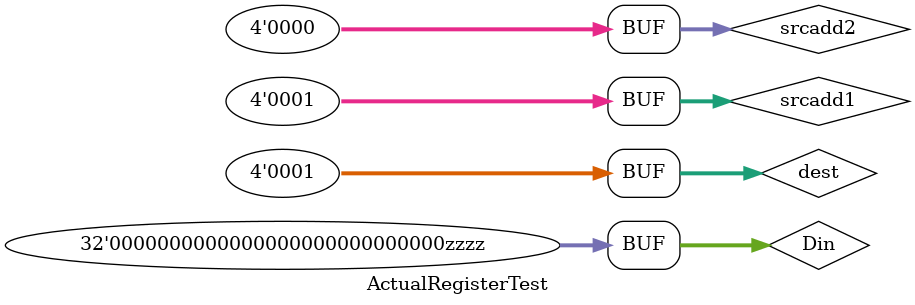
<source format=v>
`timescale 1ns / 1ps


module ActualRegisterTest;

	// Inputs
	reg [3:0] dest;
	reg [31:0] Din;
	reg [3:0] srcadd1;
	reg [3:0] srcadd2;

	// Outputs
	wire [31:0] src1;
	wire [31:0] src2;

	// Instantiate the Unit Under Test (UUT)
	RegisterBank uut (
		.dest(dest), 
		.Din(Din), 
		.srcadd1(srcadd1), 
		.srcadd2(srcadd2), 
		.src1(src1), 
		.src2(src2)
	);

	initial begin
		// Initialize Inputs
		dest = 0;
		Din = 0;
		srcadd1 = 0;
		srcadd2 = 0;

		// Wait 100 ns for global reset to finish
		#100;
		 dest = 1;
		 Din = 1;
		 #10
		 Din = 4'bzzzz;
		 #5
		 srcadd1 = 1; 
		 srcadd2 = 0; 
		// Add stimulus here

	end
      
endmodule


</source>
